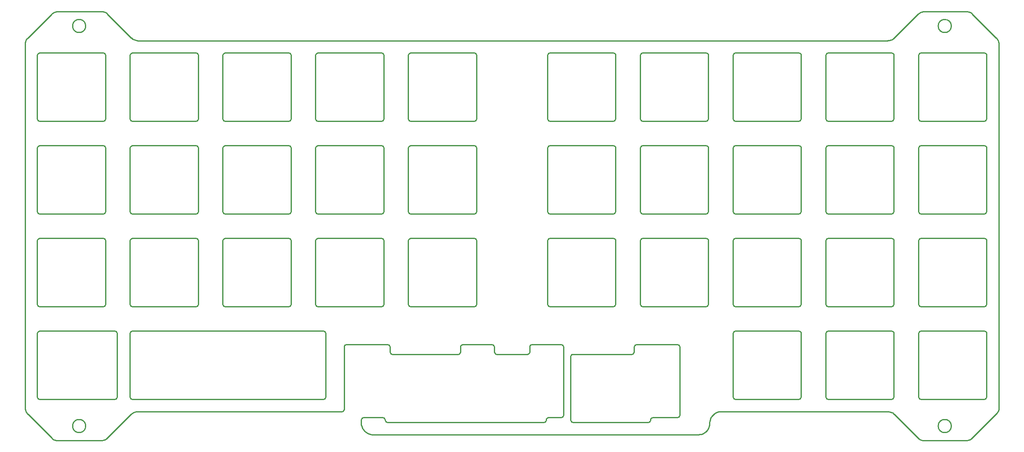
<source format=gm1>
%TF.GenerationSoftware,KiCad,Pcbnew,7.0.6*%
%TF.CreationDate,2023-10-08T00:22:19-04:00*%
%TF.ProjectId,ortho-fr4-plate,6f727468-6f2d-4667-9234-2d706c617465,rev?*%
%TF.SameCoordinates,Original*%
%TF.FileFunction,Profile,NP*%
%FSLAX46Y46*%
G04 Gerber Fmt 4.6, Leading zero omitted, Abs format (unit mm)*
G04 Created by KiCad (PCBNEW 7.0.6) date 2023-10-08 00:22:19*
%MOMM*%
%LPD*%
G01*
G04 APERTURE LIST*
%ADD10C,0.250000*%
%TA.AperFunction,Profile*%
%ADD11C,0.250000*%
%TD*%
G04 APERTURE END LIST*
D10*
X119014193Y-84911594D02*
X119273461Y-84983980D01*
X119453845Y-85173264D01*
X119514193Y-85411594D01*
D11*
X48864399Y-84911594D02*
X61864399Y-84911594D01*
D10*
X229839389Y-98911594D02*
X229580120Y-98839207D01*
X229399736Y-98649923D01*
X229339389Y-98411594D01*
X119514688Y-60311574D02*
X119442301Y-60570842D01*
X119253017Y-60751226D01*
X119014688Y-60811574D01*
D11*
X186189389Y-85411594D02*
X186189389Y-98411594D01*
X80914193Y-79861613D02*
X67914193Y-79861613D01*
X62364399Y-66361613D02*
X62364399Y-79361613D01*
X148963879Y-108723793D02*
X142739884Y-108723796D01*
D10*
X119014688Y-46811574D02*
X119273956Y-46883960D01*
X119454340Y-47073244D01*
X119514688Y-47311574D01*
X158401894Y-122723793D02*
X158142625Y-122651406D01*
X157962241Y-122462122D01*
X157901894Y-122223793D01*
X186189389Y-60311574D02*
X186117002Y-60570842D01*
X185927718Y-60751226D01*
X185689389Y-60811574D01*
X67653312Y-121072346D02*
X67873917Y-120881779D01*
X68117665Y-120726515D01*
X68380343Y-120608329D01*
X68657737Y-120528995D01*
X68945635Y-120490288D01*
X69043207Y-120486722D01*
X62364399Y-98411594D02*
X62292012Y-98670862D01*
X62102728Y-98851246D01*
X61864399Y-98911594D01*
X67414193Y-85411594D02*
X67486579Y-85152325D01*
X67675863Y-84971941D01*
X67914193Y-84911594D01*
X172689389Y-60811574D02*
X172430120Y-60739187D01*
X172249736Y-60549903D01*
X172189389Y-60311574D01*
D11*
X80914688Y-60811574D02*
X67914689Y-60811574D01*
X210788894Y-65861613D02*
X223788894Y-65861613D01*
D10*
X117372112Y-125248780D02*
X117344643Y-125248718D01*
X106014193Y-98911594D02*
X105754924Y-98839207D01*
X105574540Y-98649923D01*
X105514193Y-98411594D01*
X224288894Y-79361613D02*
X224216507Y-79620881D01*
X224027223Y-79801265D01*
X223788894Y-79861613D01*
D11*
X67398561Y-117461979D02*
X67398561Y-104461979D01*
D10*
X86963800Y-79861613D02*
X86704531Y-79789226D01*
X86524147Y-79599942D01*
X86463800Y-79361613D01*
X138064193Y-65861613D02*
X138323461Y-65933999D01*
X138503845Y-66123283D01*
X138564193Y-66361613D01*
D11*
X86964296Y-46811574D02*
X99964296Y-46811574D01*
X223789389Y-98911594D02*
X210789389Y-98911594D01*
D10*
X153639099Y-79861613D02*
X153379830Y-79789226D01*
X153199446Y-79599942D01*
X153139099Y-79361613D01*
D11*
X107092561Y-117961979D02*
X67898561Y-117961979D01*
X141739884Y-106723793D02*
X135739884Y-106723793D01*
D10*
X167139595Y-60311574D02*
X167067208Y-60570842D01*
X166877924Y-60751226D01*
X166639595Y-60811574D01*
D11*
X171426992Y-106729222D02*
X179839914Y-106723793D01*
D10*
X125064193Y-79861613D02*
X124804924Y-79789226D01*
X124624540Y-79599942D01*
X124564193Y-79361613D01*
X223789492Y-103961574D02*
X224048760Y-104033960D01*
X224229144Y-104223244D01*
X224289492Y-104461574D01*
X229339099Y-104461574D02*
X229411485Y-104202305D01*
X229600769Y-104021921D01*
X229839099Y-103961574D01*
D11*
X210789389Y-84911594D02*
X223789389Y-84911594D01*
X191238997Y-60311574D02*
X191238997Y-47311574D01*
X229839099Y-103961574D02*
X242839099Y-103961574D01*
D10*
X134739894Y-108723796D02*
X134999162Y-108651409D01*
X135179546Y-108462125D01*
X135239894Y-108223796D01*
D11*
X86963800Y-65861613D02*
X99963800Y-65861613D01*
X242838894Y-79861613D02*
X229838894Y-79861613D01*
D10*
X67398561Y-104461979D02*
X67470947Y-104202710D01*
X67660231Y-104022326D01*
X67898561Y-103961979D01*
D11*
X185688894Y-79861613D02*
X172688894Y-79861613D01*
D10*
X99964296Y-46811574D02*
X100223564Y-46883960D01*
X100403948Y-47073244D01*
X100464296Y-47311574D01*
X61864399Y-65861613D02*
X62123667Y-65933999D01*
X62304051Y-66123283D01*
X62364399Y-66361613D01*
D11*
X52667457Y-126486411D02*
X61410605Y-126486503D01*
D10*
X138064688Y-46811574D02*
X138323956Y-46883960D01*
X138504340Y-47073244D01*
X138564688Y-47311574D01*
D11*
X100463800Y-66361613D02*
X100463800Y-79361613D01*
X180339914Y-107223793D02*
X180339914Y-121223793D01*
X69043207Y-120486722D02*
X110863894Y-120486289D01*
X204738997Y-98911594D02*
X191738997Y-98911594D01*
X172688894Y-65861613D02*
X185688894Y-65861613D01*
X210289492Y-117461574D02*
X210289492Y-104461574D01*
X243339389Y-47311574D02*
X243339389Y-60311574D01*
D10*
X172189389Y-47311574D02*
X172261775Y-47052305D01*
X172451059Y-46871921D01*
X172689389Y-46811574D01*
X149963879Y-106723793D02*
X149704610Y-106796179D01*
X149524226Y-106985463D01*
X149463879Y-107223793D01*
D11*
X229839389Y-46811574D02*
X242839389Y-46811574D01*
X188910215Y-120486722D02*
X222959269Y-120486773D01*
D10*
X210289389Y-85411594D02*
X210361775Y-85152325D01*
X210551059Y-84971941D01*
X210789389Y-84911594D01*
D11*
X125064689Y-46811574D02*
X138064688Y-46811574D01*
X245279081Y-43700921D02*
X240450621Y-38872461D01*
D10*
X204738997Y-46811574D02*
X204998265Y-46883960D01*
X205178649Y-47073244D01*
X205238997Y-47311574D01*
D11*
X45839492Y-82265449D02*
X45839101Y-119657913D01*
X205238501Y-66361613D02*
X205238501Y-79361613D01*
D10*
X223788894Y-65861613D02*
X224048162Y-65933999D01*
X224228546Y-66123283D01*
X224288894Y-66361613D01*
X155963879Y-121723793D02*
X156223147Y-121651406D01*
X156403531Y-121462122D01*
X156463879Y-121223793D01*
D11*
X172689389Y-84911594D02*
X185689389Y-84911594D01*
D10*
X242839389Y-46811574D02*
X243098657Y-46883960D01*
X243279041Y-47073244D01*
X243339389Y-47311574D01*
X105514689Y-47311574D02*
X105587075Y-47052305D01*
X105776359Y-46871921D01*
X106014689Y-46811574D01*
D11*
X81414688Y-47311574D02*
X81414688Y-60311574D01*
X210789389Y-46811574D02*
X223789389Y-46811574D01*
X229839389Y-84911594D02*
X242839389Y-84911594D01*
X99963800Y-79861613D02*
X86963800Y-79861613D01*
D10*
X119014193Y-65861613D02*
X119273461Y-65933999D01*
X119453845Y-66123283D01*
X119514193Y-66361613D01*
X243338894Y-79361613D02*
X243266507Y-79620881D01*
X243077223Y-79801265D01*
X242838894Y-79861613D01*
D11*
X111363894Y-107223793D02*
X111363894Y-119986289D01*
D10*
X172189389Y-85411594D02*
X172261775Y-85152325D01*
X172451059Y-84971941D01*
X172689389Y-84911594D01*
X80914193Y-65861613D02*
X81173461Y-65933999D01*
X81353845Y-66123283D01*
X81414193Y-66361613D01*
X174282894Y-122223793D02*
X174210507Y-122483061D01*
X174021223Y-122663445D01*
X173782894Y-122723793D01*
D11*
X191239492Y-117461574D02*
X191239492Y-104461574D01*
D10*
X48864894Y-60811574D02*
X48605625Y-60739187D01*
X48425241Y-60549903D01*
X48364894Y-60311574D01*
D11*
X191738997Y-84911594D02*
X204738997Y-84911594D01*
D10*
X142239884Y-107223793D02*
X142167497Y-106964524D01*
X141978213Y-106784140D01*
X141739884Y-106723793D01*
D11*
X239036407Y-38286675D02*
X230617961Y-38286675D01*
D10*
X210289492Y-104461574D02*
X210361878Y-104202305D01*
X210551162Y-104021921D01*
X210789492Y-103961574D01*
X61864399Y-84911594D02*
X62123667Y-84983980D01*
X62304051Y-85173264D01*
X62364399Y-85411594D01*
D11*
X243339389Y-85411594D02*
X243339389Y-98411594D01*
D10*
X100464296Y-60311574D02*
X100391909Y-60570842D01*
X100202625Y-60751226D01*
X99964296Y-60811574D01*
D11*
X58308033Y-41286675D02*
G75*
G03*
X58308033Y-41286675I-1350000J0D01*
G01*
D10*
X205238997Y-98411594D02*
X205166610Y-98670862D01*
X204977326Y-98851246D01*
X204738997Y-98911594D01*
X229839389Y-60811574D02*
X229580120Y-60739187D01*
X229399736Y-60549903D01*
X229339389Y-60311574D01*
D11*
X107592561Y-104461979D02*
X107592561Y-117461979D01*
X120276894Y-106723793D02*
X120276894Y-106728793D01*
X124564193Y-98411594D02*
X124564193Y-85411594D01*
X204738997Y-60811574D02*
X191738997Y-60811574D01*
D10*
X229203292Y-125902473D02*
X229427625Y-126095813D01*
X229675721Y-126252651D01*
X229943154Y-126371153D01*
X230225497Y-126449485D01*
X230518325Y-126485815D01*
X230617500Y-126488274D01*
X45839101Y-119657913D02*
X45861016Y-119953252D01*
X45925545Y-120239584D01*
X46030855Y-120512481D01*
X46175113Y-120767517D01*
X46356484Y-121000266D01*
X46424873Y-121072132D01*
D11*
X51253705Y-38872461D02*
X46425278Y-43700888D01*
D10*
X100463800Y-79361613D02*
X100391413Y-79620881D01*
X100202129Y-79801265D01*
X99963800Y-79861613D01*
D11*
X135239992Y-108223798D02*
X135239992Y-107224222D01*
X153639595Y-46811574D02*
X166639595Y-46811574D01*
D10*
X138564193Y-98411594D02*
X138491806Y-98670862D01*
X138302522Y-98851246D01*
X138064193Y-98911594D01*
D11*
X48364894Y-60311574D02*
X48364894Y-47311574D01*
X48864399Y-65861613D02*
X61864399Y-65861613D01*
D10*
X185689389Y-46811574D02*
X185948657Y-46883960D01*
X186129041Y-47073244D01*
X186189389Y-47311574D01*
X48864399Y-98911594D02*
X48605130Y-98839207D01*
X48424746Y-98649923D01*
X48364399Y-98411594D01*
D11*
X229339389Y-98411594D02*
X229339389Y-85411594D01*
D10*
X242839099Y-103961574D02*
X243098367Y-104033960D01*
X243278751Y-104223244D01*
X243339099Y-104461574D01*
X191238501Y-66361613D02*
X191310887Y-66102344D01*
X191500171Y-65921960D01*
X191738501Y-65861613D01*
D11*
X48364399Y-98411594D02*
X48364399Y-85411594D01*
X242839389Y-98911594D02*
X229839389Y-98911594D01*
X153351884Y-121723793D02*
X155963879Y-121723793D01*
D10*
X230617961Y-38286675D02*
X230322621Y-38308593D01*
X230036290Y-38373125D01*
X229763395Y-38478438D01*
X229508360Y-38622698D01*
X229275612Y-38804072D01*
X229203748Y-38872461D01*
X224375279Y-43700930D02*
X224150943Y-43894268D01*
X223902846Y-44051103D01*
X223635412Y-44169602D01*
X223353067Y-44247932D01*
X223060239Y-44284259D01*
X222961065Y-44286717D01*
X156463879Y-107223793D02*
X156391492Y-106964524D01*
X156202208Y-106784140D01*
X155963879Y-106723793D01*
X142739884Y-108723796D02*
X142480615Y-108651409D01*
X142300231Y-108462125D01*
X142239884Y-108223796D01*
D11*
X166639595Y-98911594D02*
X153639595Y-98911594D01*
X62364399Y-85411594D02*
X62364399Y-98411594D01*
D10*
X106014689Y-60811574D02*
X105755420Y-60739187D01*
X105575036Y-60549903D01*
X105514689Y-60311574D01*
X191739492Y-117961574D02*
X191480223Y-117889187D01*
X191299839Y-117699903D01*
X191239492Y-117461574D01*
D11*
X117372115Y-125248445D02*
X184148489Y-125248445D01*
D10*
X240450621Y-38872461D02*
X240226285Y-38679123D01*
X239978188Y-38522288D01*
X239710754Y-38403789D01*
X239428409Y-38325459D01*
X239135581Y-38289132D01*
X239036407Y-38286675D01*
X205238501Y-79361613D02*
X205166114Y-79620881D01*
X204976830Y-79801265D01*
X204738501Y-79861613D01*
X210789492Y-117961574D02*
X210530223Y-117889187D01*
X210349839Y-117699903D01*
X210289492Y-117461574D01*
X204738501Y-65861613D02*
X204997769Y-65933999D01*
X205178153Y-66123283D01*
X205238501Y-66361613D01*
X119801884Y-122223793D02*
X119874270Y-122483061D01*
X120063554Y-122663445D01*
X120301884Y-122723793D01*
X174782894Y-121723793D02*
X174523625Y-121796179D01*
X174343241Y-121985463D01*
X174282894Y-122223793D01*
D11*
X119514193Y-66361613D02*
X119514193Y-79361613D01*
X204739492Y-117961574D02*
X191739492Y-117961574D01*
D10*
X52667919Y-38286675D02*
X52372579Y-38308593D01*
X52086248Y-38373125D01*
X51813352Y-38478438D01*
X51558317Y-38622698D01*
X51325569Y-38804072D01*
X51253705Y-38872461D01*
D11*
X243338894Y-66361613D02*
X243338894Y-79361613D01*
X204738501Y-79861613D02*
X191738501Y-79861613D01*
D10*
X172689389Y-98911594D02*
X172430120Y-98839207D01*
X172249736Y-98649923D01*
X172189389Y-98411594D01*
D11*
X210288894Y-79361613D02*
X210288894Y-66361613D01*
D10*
X69067921Y-44286675D02*
X68772581Y-44264756D01*
X68486251Y-44200224D01*
X68213355Y-44094911D01*
X67958320Y-43950651D01*
X67725572Y-43769276D01*
X67653708Y-43700888D01*
X119301894Y-121723793D02*
X119561162Y-121796179D01*
X119741546Y-121985463D01*
X119801894Y-122223793D01*
X191238997Y-47311574D02*
X191311383Y-47052305D01*
X191500667Y-46871921D01*
X191738997Y-46811574D01*
D11*
X236095722Y-123488300D02*
G75*
G03*
X236095722Y-123488300I-1350000J0D01*
G01*
D10*
X224289389Y-60311574D02*
X224217002Y-60570842D01*
X224027718Y-60751226D01*
X223789389Y-60811574D01*
D11*
X105514193Y-98411594D02*
X105514193Y-85411594D01*
X99964296Y-60811574D02*
X86964296Y-60811574D01*
X167139099Y-66361613D02*
X167139099Y-79361613D01*
D10*
X223789389Y-46811574D02*
X224048657Y-46883960D01*
X224229041Y-47073244D01*
X224289389Y-47311574D01*
D11*
X243339099Y-104461574D02*
X243339099Y-117461574D01*
D10*
X81414193Y-79361613D02*
X81341806Y-79620881D01*
X81152522Y-79801265D01*
X80914193Y-79861613D01*
D11*
X119514193Y-85411594D02*
X119514193Y-98411594D01*
D10*
X81414688Y-60311574D02*
X81342301Y-60570842D01*
X81153017Y-60751226D01*
X80914688Y-60811574D01*
X167139595Y-98411594D02*
X167067208Y-98670862D01*
X166877924Y-98851246D01*
X166639595Y-98911594D01*
D11*
X86464296Y-60311574D02*
X86464296Y-47311574D01*
X81414193Y-66361613D02*
X81414193Y-79361613D01*
X124564689Y-60311574D02*
X124564689Y-47311574D01*
D10*
X119514193Y-79361613D02*
X119441806Y-79620881D01*
X119252522Y-79801265D01*
X119014193Y-79861613D01*
X153139099Y-66361613D02*
X153211485Y-66102344D01*
X153400769Y-65921960D01*
X153639099Y-65861613D01*
X242838894Y-65861613D02*
X243098162Y-65933999D01*
X243278546Y-66123283D01*
X243338894Y-66361613D01*
D11*
X191739492Y-103961574D02*
X204739492Y-103961574D01*
X99963800Y-98911594D02*
X86963800Y-98911594D01*
D10*
X100463800Y-98411594D02*
X100391413Y-98670862D01*
X100202129Y-98851246D01*
X99963800Y-98911594D01*
X48364399Y-85411594D02*
X48436785Y-85152325D01*
X48626069Y-84971941D01*
X48864399Y-84911594D01*
D11*
X100464296Y-47311574D02*
X100464296Y-60311574D01*
X120301884Y-122723793D02*
X152351884Y-122723793D01*
X166639595Y-60811574D02*
X153639595Y-60811574D01*
D10*
X229838894Y-79861613D02*
X229579625Y-79789226D01*
X229399241Y-79599942D01*
X229338894Y-79361613D01*
X191738501Y-79861613D02*
X191479232Y-79789226D01*
X191298848Y-79599942D01*
X191238501Y-79361613D01*
D11*
X106014689Y-46811574D02*
X119014688Y-46811574D01*
D10*
X106014193Y-79861613D02*
X105754924Y-79789226D01*
X105574540Y-79599942D01*
X105514193Y-79361613D01*
X243339389Y-60311574D02*
X243267002Y-60570842D01*
X243077718Y-60751226D01*
X242839389Y-60811574D01*
D11*
X210289389Y-98411594D02*
X210289389Y-85411594D01*
X242839099Y-117961574D02*
X229839099Y-117961574D01*
D10*
X105514193Y-66361613D02*
X105586579Y-66102344D01*
X105775863Y-65921960D01*
X106014193Y-65861613D01*
X138564688Y-60311574D02*
X138492301Y-60570842D01*
X138303017Y-60751226D01*
X138064688Y-60811574D01*
D11*
X153139099Y-79361613D02*
X153139099Y-66361613D01*
X185689389Y-98911594D02*
X172689389Y-98911594D01*
X179839914Y-121723793D02*
X174782893Y-121723793D01*
D10*
X67914193Y-79861613D02*
X67654924Y-79789226D01*
X67474540Y-79599942D01*
X67414193Y-79361613D01*
D11*
X45839492Y-45115102D02*
X45839492Y-82265449D01*
X172189389Y-60311574D02*
X172189389Y-47311574D01*
X224373495Y-121072575D02*
X229203292Y-125902473D01*
D10*
X67914689Y-60811574D02*
X67655420Y-60739187D01*
X67475036Y-60549903D01*
X67414689Y-60311574D01*
D11*
X86463800Y-98411594D02*
X86463800Y-85411594D01*
D10*
X172188894Y-66361613D02*
X172261280Y-66102344D01*
X172450564Y-65921960D01*
X172688894Y-65861613D01*
X111863894Y-106723793D02*
X111604625Y-106796179D01*
X111424241Y-106985463D01*
X111363894Y-107223793D01*
X62825281Y-38872461D02*
X62600945Y-38679123D01*
X62352848Y-38522288D01*
X62085414Y-38403789D01*
X61803069Y-38325459D01*
X61510241Y-38289132D01*
X61411067Y-38286675D01*
D11*
X186188894Y-66361613D02*
X186188894Y-79361613D01*
X186189389Y-47311574D02*
X186189389Y-60311574D01*
D10*
X125064689Y-60811574D02*
X124805420Y-60739187D01*
X124625036Y-60549903D01*
X124564689Y-60311574D01*
D11*
X191738501Y-65861613D02*
X204738501Y-65861613D01*
D10*
X205239492Y-117461574D02*
X205167105Y-117720842D01*
X204977821Y-117901226D01*
X204739492Y-117961574D01*
X204739492Y-103961574D02*
X204998760Y-104033960D01*
X205179144Y-104223244D01*
X205239492Y-104461574D01*
X186188894Y-79361613D02*
X186116507Y-79620881D01*
X185927223Y-79801265D01*
X185688894Y-79861613D01*
X138064193Y-84911594D02*
X138323461Y-84983980D01*
X138503845Y-85173264D01*
X138564193Y-85411594D01*
X245864875Y-45115135D02*
X245842955Y-44819794D01*
X245778421Y-44533463D01*
X245673107Y-44260567D01*
X245528845Y-44005533D01*
X245347470Y-43772785D01*
X245279081Y-43700921D01*
D11*
X80914193Y-98911594D02*
X67914193Y-98911594D01*
X115358472Y-121723793D02*
X119301894Y-121723793D01*
D10*
X239035946Y-126488362D02*
X239331285Y-126466447D01*
X239617617Y-126401918D01*
X239890514Y-126296608D01*
X240145550Y-126152350D01*
X240378299Y-125970979D01*
X240450165Y-125902591D01*
D11*
X67914689Y-46811574D02*
X80914688Y-46811574D01*
X105514689Y-60311574D02*
X105514689Y-47311574D01*
X230617500Y-126488274D02*
X239035946Y-126488362D01*
D10*
X210788894Y-79861613D02*
X210529625Y-79789226D01*
X210349241Y-79599942D01*
X210288894Y-79361613D01*
X80914688Y-46811574D02*
X81173956Y-46883960D01*
X81354340Y-47073244D01*
X81414688Y-47311574D01*
D11*
X224289389Y-47311574D02*
X224289389Y-60311574D01*
X149463879Y-107223793D02*
X149463879Y-108223793D01*
D10*
X242839389Y-84911594D02*
X243098657Y-84983980D01*
X243279041Y-85173264D01*
X243339389Y-85411594D01*
D11*
X224288894Y-66361613D02*
X224288894Y-79361613D01*
D10*
X48864894Y-117961607D02*
X48605625Y-117889220D01*
X48425241Y-117699936D01*
X48364894Y-117461607D01*
X149463879Y-108223793D02*
X149391492Y-108483061D01*
X149202208Y-108663445D01*
X148963879Y-108723793D01*
D11*
X46424873Y-121072132D02*
X51253250Y-125900610D01*
D10*
X224289389Y-98411594D02*
X224217002Y-98670862D01*
X224027718Y-98851246D01*
X223789389Y-98911594D01*
X153639595Y-98911594D02*
X153380326Y-98839207D01*
X153199942Y-98649923D01*
X153139595Y-98411594D01*
D11*
X67414193Y-98411594D02*
X67414193Y-85411594D01*
D10*
X166639595Y-46811574D02*
X166898863Y-46883960D01*
X167079247Y-47073244D01*
X167139595Y-47311574D01*
X67914193Y-98911594D02*
X67654924Y-98839207D01*
X67474540Y-98649923D01*
X67414193Y-98411594D01*
X86963800Y-98911594D02*
X86704531Y-98839207D01*
X86524147Y-98649923D01*
X86463800Y-98411594D01*
D11*
X229339099Y-117461574D02*
X229339099Y-104461574D01*
D10*
X119514193Y-98411594D02*
X119441806Y-98670862D01*
X119252522Y-98851246D01*
X119014193Y-98911594D01*
X86463800Y-66361613D02*
X86536186Y-66102344D01*
X86725470Y-65921960D01*
X86963800Y-65861613D01*
X245278675Y-121074182D02*
X245472015Y-120849848D01*
X245628853Y-120601752D01*
X245747355Y-120334319D01*
X245825688Y-120051976D01*
X245862017Y-119759148D01*
X245864477Y-119659974D01*
D11*
X172189389Y-98411594D02*
X172189389Y-85411594D01*
X67653708Y-43700888D02*
X62825281Y-38872461D01*
D10*
X107092561Y-103961979D02*
X107351829Y-104034365D01*
X107532213Y-104223649D01*
X107592561Y-104461979D01*
X205238997Y-60311574D02*
X205166610Y-60570842D01*
X204977326Y-60751226D01*
X204738997Y-60811574D01*
D11*
X170926992Y-108224222D02*
X170926992Y-107229222D01*
D10*
X138564193Y-79361613D02*
X138491806Y-79620881D01*
X138302522Y-79801265D01*
X138064193Y-79861613D01*
X117344643Y-125248718D02*
X117088568Y-125233796D01*
X116840088Y-125193900D01*
X116484340Y-125090005D01*
X116152708Y-124937057D01*
X115849410Y-124739339D01*
X115578663Y-124501134D01*
X115344684Y-124226727D01*
X115151692Y-123920400D01*
X115003903Y-123586436D01*
X114905536Y-123229121D01*
X114869497Y-122980052D01*
X114858548Y-122723777D01*
X46425278Y-43700888D02*
X46231939Y-43925223D01*
X46075104Y-44173320D01*
X45956605Y-44440754D01*
X45878276Y-44723099D01*
X45841949Y-45015927D01*
X45839492Y-45115102D01*
D11*
X240450165Y-125902591D02*
X245278675Y-121074182D01*
X138564193Y-66361613D02*
X138564193Y-79361613D01*
X100463800Y-85411594D02*
X100463800Y-98411594D01*
D10*
X210289389Y-47311574D02*
X210361775Y-47052305D01*
X210551059Y-46871921D01*
X210789389Y-46811574D01*
X62364399Y-79361613D02*
X62292012Y-79620881D01*
X62102728Y-79801265D01*
X61864399Y-79861613D01*
D11*
X61864399Y-79861613D02*
X48864399Y-79861613D01*
D10*
X48364894Y-104461607D02*
X48437280Y-104202338D01*
X48626564Y-104021954D01*
X48864894Y-103961607D01*
D11*
X223788894Y-79861613D02*
X210788894Y-79861613D01*
X138564688Y-47311574D02*
X138564688Y-60311574D01*
D10*
X114858472Y-122223793D02*
X114930858Y-121964524D01*
X115120142Y-121784140D01*
X115358472Y-121723793D01*
X166639099Y-65861613D02*
X166898367Y-65933999D01*
X167078751Y-66123283D01*
X167139099Y-66361613D01*
D11*
X64745894Y-104461607D02*
X64745894Y-117461607D01*
D10*
X120276894Y-106728793D02*
X120536162Y-106801179D01*
X120716546Y-106990463D01*
X120776894Y-107228793D01*
X210288894Y-66361613D02*
X210361280Y-66102344D01*
X210550564Y-65921960D01*
X210788894Y-65861613D01*
D11*
X119014688Y-60811574D02*
X106014689Y-60811574D01*
D10*
X167139099Y-79361613D02*
X167066712Y-79620881D01*
X166877428Y-79801265D01*
X166639099Y-79861613D01*
X180339914Y-121223793D02*
X180267527Y-121483061D01*
X180078243Y-121663445D01*
X179839914Y-121723793D01*
D11*
X191238997Y-98411594D02*
X191238997Y-85411594D01*
D10*
X48364399Y-66361613D02*
X48436785Y-66102344D01*
X48626069Y-65921960D01*
X48864399Y-65861613D01*
D11*
X223789492Y-117961574D02*
X210789492Y-117961574D01*
X138064688Y-60811574D02*
X125064689Y-60811574D01*
D10*
X229339389Y-85411594D02*
X229411775Y-85152325D01*
X229601059Y-84971941D01*
X229839389Y-84911594D01*
D11*
X224289492Y-104461574D02*
X224289492Y-117461574D01*
X124564193Y-79361613D02*
X124564193Y-66361613D01*
D10*
X191238997Y-85411594D02*
X191311383Y-85152325D01*
X191500667Y-84971941D01*
X191738997Y-84911594D01*
X153639595Y-60811574D02*
X153380326Y-60739187D01*
X153199942Y-60549903D01*
X153139595Y-60311574D01*
D11*
X166639099Y-79861613D02*
X153639099Y-79861613D01*
D10*
X120776894Y-108223793D02*
X120849280Y-108483061D01*
X121038564Y-108663445D01*
X121276894Y-108723793D01*
D11*
X48364894Y-117461607D02*
X48364894Y-104461607D01*
X125064193Y-65861613D02*
X138064193Y-65861613D01*
X67914193Y-84911594D02*
X80914193Y-84911594D01*
X105514193Y-79361613D02*
X105514193Y-66361613D01*
X81414193Y-85411594D02*
X81414193Y-98411594D01*
X114858548Y-122723777D02*
X114858472Y-122223793D01*
D10*
X191239492Y-104461574D02*
X191311878Y-104202305D01*
X191501162Y-104021921D01*
X191739492Y-103961574D01*
X243339389Y-98411594D02*
X243267002Y-98670862D01*
X243077718Y-98851246D01*
X242839389Y-98911594D01*
D11*
X222961065Y-44286717D02*
X69067921Y-44286675D01*
X157901894Y-122223793D02*
X157901894Y-109223793D01*
X64245894Y-117961607D02*
X48864894Y-117961607D01*
X167139595Y-85411594D02*
X167139595Y-98411594D01*
X86463800Y-79361613D02*
X86463800Y-66361613D01*
X111863894Y-106723793D02*
X120276894Y-106723793D01*
D10*
X186410212Y-122986718D02*
X186423119Y-122731107D01*
X186461003Y-122482880D01*
X186561912Y-122127134D01*
X186711950Y-121795070D01*
X186906875Y-121490928D01*
X187142447Y-121218952D01*
X187414425Y-120983381D01*
X187718566Y-120788456D01*
X188050631Y-120638420D01*
X188406378Y-120537512D01*
X188654604Y-120499628D01*
X188910215Y-120486722D01*
X67898561Y-117961979D02*
X67639292Y-117889592D01*
X67458908Y-117700308D01*
X67398561Y-117461979D01*
D11*
X205239492Y-104461574D02*
X205239492Y-117461574D01*
D10*
X86464296Y-47311574D02*
X86536682Y-47052305D01*
X86725966Y-46871921D01*
X86964296Y-46811574D01*
X48864399Y-79861613D02*
X48605130Y-79789226D01*
X48424746Y-79599942D01*
X48364399Y-79361613D01*
X125064193Y-98911594D02*
X124804924Y-98839207D01*
X124624540Y-98649923D01*
X124564193Y-98411594D01*
D11*
X229203748Y-38872461D02*
X224375279Y-43700930D01*
D10*
X64745894Y-117461607D02*
X64673507Y-117720875D01*
X64484223Y-117901259D01*
X64245894Y-117961607D01*
X61864894Y-46811574D02*
X62124162Y-46883960D01*
X62304546Y-47073244D01*
X62364894Y-47311574D01*
D11*
X229338894Y-79361613D02*
X229338894Y-66361613D01*
X86963800Y-84911594D02*
X99963800Y-84911594D01*
X48364399Y-79361613D02*
X48364399Y-66361613D01*
D10*
X67414193Y-66361613D02*
X67486579Y-66102344D01*
X67675863Y-65921960D01*
X67914193Y-65861613D01*
X185689389Y-84911594D02*
X185948657Y-84983980D01*
X186129041Y-85173264D01*
X186189389Y-85411594D01*
X229338894Y-66361613D02*
X229411280Y-66102344D01*
X229600564Y-65921960D01*
X229838894Y-65861613D01*
X223789389Y-84911594D02*
X224048657Y-84983980D01*
X224229041Y-85173264D01*
X224289389Y-85411594D01*
X107592561Y-117461979D02*
X107520174Y-117721247D01*
X107330890Y-117901631D01*
X107092561Y-117961979D01*
X81414193Y-98411594D02*
X81341806Y-98670862D01*
X81152522Y-98851246D01*
X80914193Y-98911594D01*
D11*
X119014193Y-98911594D02*
X106014193Y-98911594D01*
X119014193Y-79861613D02*
X106014193Y-79861613D01*
X224289389Y-85411594D02*
X224289389Y-98411594D01*
X191238501Y-79361613D02*
X191238501Y-66361613D01*
D10*
X191738997Y-60811574D02*
X191479728Y-60739187D01*
X191299344Y-60549903D01*
X191238997Y-60311574D01*
X64245894Y-103961607D02*
X64505162Y-104033993D01*
X64685546Y-104223277D01*
X64745894Y-104461607D01*
D11*
X48864894Y-103961607D02*
X64245894Y-103961607D01*
D10*
X51253250Y-125900610D02*
X51477582Y-126093950D01*
X51725678Y-126250788D01*
X51993111Y-126369290D01*
X52275454Y-126447622D01*
X52568282Y-126483952D01*
X52667457Y-126486411D01*
D11*
X172689389Y-46811574D02*
X185689389Y-46811574D01*
D10*
X135239992Y-107224222D02*
X135312378Y-106964953D01*
X135501662Y-106784569D01*
X135739992Y-106724222D01*
D11*
X138064193Y-98911594D02*
X125064193Y-98911594D01*
X153639099Y-65861613D02*
X166639099Y-65861613D01*
X210789492Y-103961574D02*
X223789492Y-103961574D01*
X62824825Y-125900731D02*
X67653312Y-121072346D01*
X138064193Y-79861613D02*
X125064193Y-79861613D01*
D10*
X186189389Y-98411594D02*
X186117002Y-98670862D01*
X185927718Y-98851246D01*
X185689389Y-98911594D01*
X229339389Y-47311574D02*
X229411775Y-47052305D01*
X229601059Y-46871921D01*
X229839389Y-46811574D01*
D11*
X172188894Y-79361613D02*
X172188894Y-66361613D01*
X106014193Y-65861613D02*
X119014193Y-65861613D01*
X245864477Y-119659974D02*
X245864875Y-45115135D01*
D10*
X62364894Y-60311574D02*
X62292507Y-60570842D01*
X62103223Y-60751226D01*
X61864894Y-60811574D01*
X152351884Y-122723793D02*
X152611152Y-122651406D01*
X152791536Y-122462122D01*
X152851884Y-122223793D01*
X170426992Y-108724222D02*
X170686260Y-108651835D01*
X170866644Y-108462551D01*
X170926992Y-108224222D01*
D11*
X142239884Y-108223796D02*
X142239884Y-107223793D01*
X67914193Y-65861613D02*
X80914193Y-65861613D01*
D10*
X185688894Y-65861613D02*
X185948162Y-65933999D01*
X186128546Y-66123283D01*
X186188894Y-66361613D01*
X48364894Y-47311574D02*
X48437280Y-47052305D01*
X48626564Y-46871921D01*
X48864894Y-46811574D01*
D11*
X223789389Y-60811574D02*
X210789389Y-60811574D01*
X205238997Y-47311574D02*
X205238997Y-60311574D01*
X242839389Y-60811574D02*
X229839389Y-60811574D01*
X156463879Y-121223793D02*
X156463879Y-107223793D01*
X153139595Y-98411594D02*
X153139595Y-85411594D01*
X173782894Y-122723793D02*
X158401894Y-122723793D01*
X120776894Y-107228793D02*
X120776894Y-108223793D01*
X58308033Y-123488574D02*
G75*
G03*
X58308033Y-123488574I-1350000J0D01*
G01*
D10*
X67414689Y-47311574D02*
X67487075Y-47052305D01*
X67676359Y-46871921D01*
X67914689Y-46811574D01*
D11*
X48864894Y-46811574D02*
X61864894Y-46811574D01*
D10*
X224289492Y-117461574D02*
X224217105Y-117720842D01*
X224027821Y-117901226D01*
X223789492Y-117961574D01*
X166639595Y-84911594D02*
X166898863Y-84983980D01*
X167079247Y-85173264D01*
X167139595Y-85411594D01*
X170926992Y-107229222D02*
X170999378Y-106969953D01*
X171188662Y-106789569D01*
X171426992Y-106729222D01*
X110863894Y-120486289D02*
X111123162Y-120413902D01*
X111303546Y-120224618D01*
X111363894Y-119986289D01*
X210789389Y-60811574D02*
X210530120Y-60739187D01*
X210349736Y-60549903D01*
X210289389Y-60311574D01*
X80914193Y-84911594D02*
X81173461Y-84983980D01*
X81353845Y-85173264D01*
X81414193Y-85411594D01*
D11*
X185689389Y-60811574D02*
X172689389Y-60811574D01*
D10*
X105514193Y-85411594D02*
X105586579Y-85152325D01*
X105775863Y-84971941D01*
X106014193Y-84911594D01*
D11*
X119514688Y-47311574D02*
X119514688Y-60311574D01*
X229838894Y-65861613D02*
X242838894Y-65861613D01*
D10*
X222959269Y-120486773D02*
X223254612Y-120508692D01*
X223540946Y-120573226D01*
X223813844Y-120678541D01*
X224068881Y-120822805D01*
X224301630Y-121004184D01*
X224373495Y-121072575D01*
X152851884Y-122223793D02*
X152924270Y-121964524D01*
X153113554Y-121784140D01*
X153351884Y-121723793D01*
D11*
X205238997Y-85411594D02*
X205238997Y-98411594D01*
X121276894Y-108723793D02*
X134739896Y-108723792D01*
D10*
X124564689Y-47311574D02*
X124637075Y-47052305D01*
X124826359Y-46871921D01*
X125064689Y-46811574D01*
X186410212Y-122986751D02*
X186410212Y-122986718D01*
X124564193Y-66361613D02*
X124636579Y-66102344D01*
X124825863Y-65921960D01*
X125064193Y-65861613D01*
X191738997Y-98911594D02*
X191479728Y-98839207D01*
X191299344Y-98649923D01*
X191238997Y-98411594D01*
D11*
X67414689Y-60311574D02*
X67414689Y-47311574D01*
D10*
X61410605Y-126486503D02*
X61705944Y-126464587D01*
X61992276Y-126400058D01*
X62265173Y-126294748D01*
X62520209Y-126150490D01*
X62752959Y-125969119D01*
X62824825Y-125900731D01*
X229839099Y-117961574D02*
X229579830Y-117889187D01*
X229399446Y-117699903D01*
X229339099Y-117461574D01*
D11*
X210289389Y-60311574D02*
X210289389Y-47311574D01*
X167139595Y-47311574D02*
X167139595Y-60311574D01*
X106014193Y-84911594D02*
X119014193Y-84911594D01*
D10*
X243339099Y-117461574D02*
X243266712Y-117720842D01*
X243077428Y-117901226D01*
X242839099Y-117961574D01*
D11*
X125064193Y-84911594D02*
X138064193Y-84911594D01*
X61864894Y-60811574D02*
X48864894Y-60811574D01*
X153139595Y-60311574D02*
X153139595Y-47311574D01*
X67898561Y-103961979D02*
X107092561Y-103961979D01*
D10*
X153139595Y-85411594D02*
X153211981Y-85152325D01*
X153401265Y-84971941D01*
X153639595Y-84911594D01*
D11*
X191738997Y-46811574D02*
X204738997Y-46811574D01*
D10*
X210789389Y-98911594D02*
X210530120Y-98839207D01*
X210349736Y-98649923D01*
X210289389Y-98411594D01*
X204738997Y-84911594D02*
X204998265Y-84983980D01*
X205178649Y-85173264D01*
X205238997Y-85411594D01*
X124564193Y-85411594D02*
X124636579Y-85152325D01*
X124825863Y-84971941D01*
X125064193Y-84911594D01*
X99963800Y-84911594D02*
X100223068Y-84983980D01*
X100403452Y-85173264D01*
X100463800Y-85411594D01*
D11*
X62364894Y-47311574D02*
X62364894Y-60311574D01*
X61411067Y-38286675D02*
X52667919Y-38286675D01*
X158401894Y-108723793D02*
X170426992Y-108724222D01*
D10*
X86463800Y-85411594D02*
X86536186Y-85152325D01*
X86725470Y-84971941D01*
X86963800Y-84911594D01*
X172688894Y-79861613D02*
X172429625Y-79789226D01*
X172249241Y-79599942D01*
X172188894Y-79361613D01*
D11*
X236095722Y-41286694D02*
G75*
G03*
X236095722Y-41286694I-1350000J0D01*
G01*
X155963879Y-106723793D02*
X149963879Y-106723793D01*
X138564193Y-85411594D02*
X138564193Y-98411594D01*
X153639595Y-84911594D02*
X166639595Y-84911594D01*
X229339389Y-60311574D02*
X229339389Y-47311574D01*
D10*
X153139595Y-47311574D02*
X153211981Y-47052305D01*
X153401265Y-46871921D01*
X153639595Y-46811574D01*
D11*
X67414193Y-79361613D02*
X67414193Y-66361613D01*
X61864399Y-98911594D02*
X48864399Y-98911594D01*
D10*
X184148489Y-125248445D02*
X184492923Y-125222385D01*
X184821050Y-125146764D01*
X185129031Y-125025418D01*
X185413030Y-124862184D01*
X185669210Y-124660899D01*
X185893733Y-124425400D01*
X186082764Y-124159523D01*
X186232466Y-123867106D01*
X186339000Y-123551985D01*
X186398532Y-123217996D01*
X186410212Y-122986751D01*
X157901894Y-109223793D02*
X157974280Y-108964524D01*
X158163564Y-108784140D01*
X158401894Y-108723793D01*
X179839914Y-106723793D02*
X180099182Y-106796179D01*
X180279566Y-106985463D01*
X180339914Y-107223793D01*
X86964296Y-60811574D02*
X86705027Y-60739187D01*
X86524643Y-60549903D01*
X86464296Y-60311574D01*
X99963800Y-65861613D02*
X100223068Y-65933999D01*
X100403452Y-66123283D01*
X100463800Y-66361613D01*
M02*

</source>
